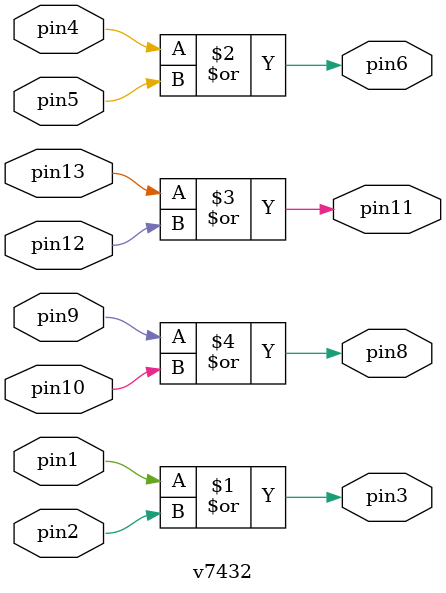
<source format=v>
`timescale 1ns / 1ns // `timescale time_unit/time_precision

module mux2to1(LEDR, SW);

    input [9:0] SW;
    output [9:0] LEDR;
	 wire not2_and2, and3_or1, and6_or2;
	 
	 v7404 notGate (
		.pin1(SW[9]),
		.pin2(not2_and2)
	 );

	 v7408 andGate (
		.pin1(SW[0]),
		.pin2(not2_and2),
		.pin3(and3_or1),
		.pin4(SW[9]),
		.pin5(SW[1]),
		.pin6(and6_or2)
	 );

	 v7432 orGate (
		.pin1(and3_or1),
		.pin2(and6_or2),
		.pin3(LEDR[0])
	 );
	 
endmodule

// not gate
module v7404 (input pin1, pin3, pin5, pin9, pin11, pin13,
					output pin2, pin4, pin6, pin8, pin10, pin12);
	
	assign pin2 = ~pin1;
	assign pin4 = ~pin3;
	assign pin6 = ~pin5;
	assign pin12 = ~pin13;
	assign pin10 = ~pin11;
	assign pin8 = ~pin9;
	
endmodule

// and gate
module v7408 (input pin1, pin2, pin4, pin5, pin12, pin13, pin10, pin9,
					output pin3, pin6, pin11, pin8);
	
	assign pin3 = pin1 & pin2;
	assign pin6 = pin4 & pin5;
	assign pin8 = pin10 & pin9;
	assign pin11 = pin12 & pin13;
	
endmodule
	
// or gate
module v7432 (input pin1, pin2, pin4, pin5, pin13, pin12, pin10, pin9, 
					output pin3, pin6, pin11, pin8);
	
	assign pin3 = pin1 | pin2;
	assign pin6 = pin4 | pin5;
	assign pin11 = pin13 | pin12;
	assign pin8 = pin9 | pin10;
	
endmodule

</source>
